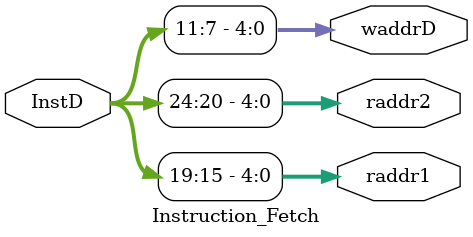
<source format=sv>
module Instruction_Fetch (
    input logic [31:0] InstD,
    output logic [4:0] raddr1,raddr2,waddrD
);

always_comb begin
        raddr1 = InstD [19:15];
        raddr2 = InstD [24:20];
        waddrD = InstD [11:7];
end
endmodule
</source>
